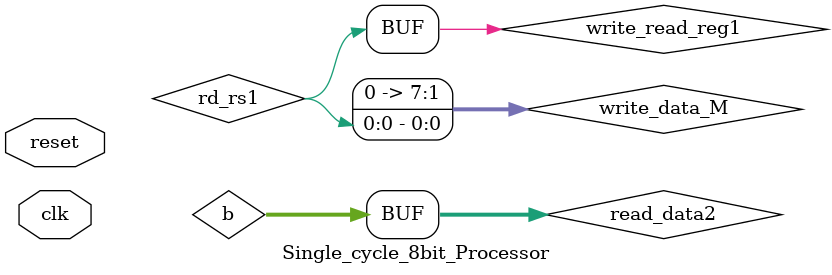
<source format=v>
module Single_cycle_8bit_Processor(
input clk,reset	
);

wire [7:0]a,b;
wire [7:0]result;
wire c_out;
wire [7:0]Instruction;
wire Jmp,MemRead,MemtoReg,MemWrite,ALUsrc,RegWrite;
wire ALUop;
wire [2:0]opcode;
wire rd_rs1,rs2;
wire write_read_reg1, read_reg2;
wire en,write_en,read_en;
wire [7:0]write_data,write_data_M;
wire [7:0]read_data;
wire [7:0]mem_addr;
wire [7:0]read_data1,read_data2;
wire [7:0]imm_data;

instr_fetch Instruction_fetch(clk,reset,Jmp,imm_data,Instruction);

instr_dec Instr_Dec(Instruction,opcode,rd_rs1,rs2);

cntrl_unit control_unit(opcode,Jmp,MemRead,MemtoReg,MemWrite,ALUsrc,RegWrite,ALUop);

	assign en=RegWrite;
	assign write_read_reg1=rd_rs1;
	assign read_reg2=rs2;

reg_file Reg_file(clk,en,write_read_reg1,read_reg2,write_data,read_data1,read_data2);

task print;
Reg_file.print();
endtask

sign_ext Sign_Extend(Instruction,opcode,imm_data);

	// assign a=read_data1;
	// assign b=read_data2;

	assign a=(ALUsrc)?imm_data:read_data1;
	assign b=read_data2;

Alu ALU(a,b,ALUop,result,c_out);

	assign read_en=MemRead;
	assign write_en=MemWrite;
	assign mem_addr=result;
	assign write_data_M=write_read_reg1;

data_mem Data_memory(mem_addr,write_data_M,clk,reset,write_en,read_en,opcode,read_data);

assign write_data=(MemtoReg)?read_data:result;

endmodule
</source>
